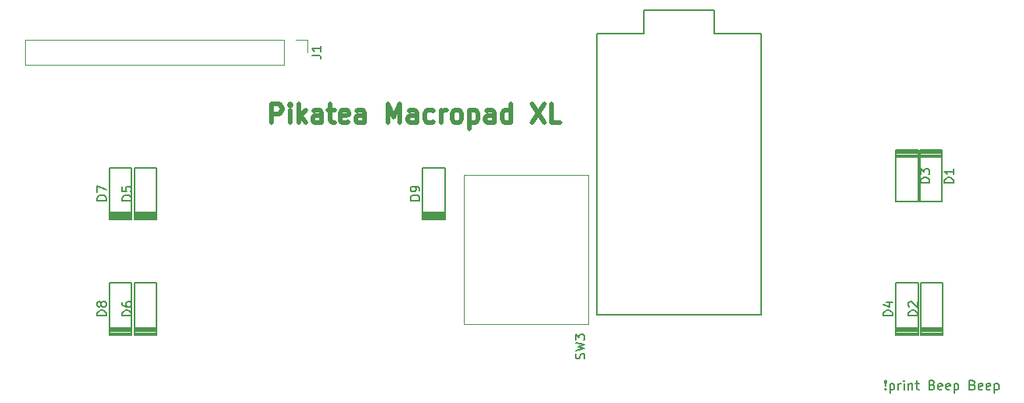
<source format=gbr>
%TF.GenerationSoftware,KiCad,Pcbnew,(5.1.6)-1*%
%TF.CreationDate,2022-01-06T13:40:46-06:00*%
%TF.ProjectId,Pikatea XL Macropad,50696b61-7465-4612-9058-4c204d616372,rev?*%
%TF.SameCoordinates,Original*%
%TF.FileFunction,Legend,Top*%
%TF.FilePolarity,Positive*%
%FSLAX46Y46*%
G04 Gerber Fmt 4.6, Leading zero omitted, Abs format (unit mm)*
G04 Created by KiCad (PCBNEW (5.1.6)-1) date 2022-01-06 13:40:46*
%MOMM*%
%LPD*%
G01*
G04 APERTURE LIST*
%ADD10C,0.150000*%
%ADD11C,0.500000*%
%ADD12C,0.200000*%
%ADD13C,0.120000*%
G04 APERTURE END LIST*
D10*
X185980952Y-113657142D02*
X186028571Y-113704761D01*
X185980952Y-113752380D01*
X185933333Y-113704761D01*
X185980952Y-113657142D01*
X185980952Y-113752380D01*
X185980952Y-113371428D02*
X185933333Y-112800000D01*
X185980952Y-112752380D01*
X186028571Y-112800000D01*
X185980952Y-113371428D01*
X185980952Y-112752380D01*
X186457142Y-113085714D02*
X186457142Y-114085714D01*
X186457142Y-113133333D02*
X186552380Y-113085714D01*
X186742857Y-113085714D01*
X186838095Y-113133333D01*
X186885714Y-113180952D01*
X186933333Y-113276190D01*
X186933333Y-113561904D01*
X186885714Y-113657142D01*
X186838095Y-113704761D01*
X186742857Y-113752380D01*
X186552380Y-113752380D01*
X186457142Y-113704761D01*
X187361904Y-113752380D02*
X187361904Y-113085714D01*
X187361904Y-113276190D02*
X187409523Y-113180952D01*
X187457142Y-113133333D01*
X187552380Y-113085714D01*
X187647619Y-113085714D01*
X187980952Y-113752380D02*
X187980952Y-113085714D01*
X187980952Y-112752380D02*
X187933333Y-112800000D01*
X187980952Y-112847619D01*
X188028571Y-112800000D01*
X187980952Y-112752380D01*
X187980952Y-112847619D01*
X188457142Y-113085714D02*
X188457142Y-113752380D01*
X188457142Y-113180952D02*
X188504761Y-113133333D01*
X188600000Y-113085714D01*
X188742857Y-113085714D01*
X188838095Y-113133333D01*
X188885714Y-113228571D01*
X188885714Y-113752380D01*
X189219047Y-113085714D02*
X189600000Y-113085714D01*
X189361904Y-112752380D02*
X189361904Y-113609523D01*
X189409523Y-113704761D01*
X189504761Y-113752380D01*
X189600000Y-113752380D01*
X191028571Y-113228571D02*
X191171428Y-113276190D01*
X191219047Y-113323809D01*
X191266666Y-113419047D01*
X191266666Y-113561904D01*
X191219047Y-113657142D01*
X191171428Y-113704761D01*
X191076190Y-113752380D01*
X190695238Y-113752380D01*
X190695238Y-112752380D01*
X191028571Y-112752380D01*
X191123809Y-112800000D01*
X191171428Y-112847619D01*
X191219047Y-112942857D01*
X191219047Y-113038095D01*
X191171428Y-113133333D01*
X191123809Y-113180952D01*
X191028571Y-113228571D01*
X190695238Y-113228571D01*
X192076190Y-113704761D02*
X191980952Y-113752380D01*
X191790476Y-113752380D01*
X191695238Y-113704761D01*
X191647619Y-113609523D01*
X191647619Y-113228571D01*
X191695238Y-113133333D01*
X191790476Y-113085714D01*
X191980952Y-113085714D01*
X192076190Y-113133333D01*
X192123809Y-113228571D01*
X192123809Y-113323809D01*
X191647619Y-113419047D01*
X192933333Y-113704761D02*
X192838095Y-113752380D01*
X192647619Y-113752380D01*
X192552380Y-113704761D01*
X192504761Y-113609523D01*
X192504761Y-113228571D01*
X192552380Y-113133333D01*
X192647619Y-113085714D01*
X192838095Y-113085714D01*
X192933333Y-113133333D01*
X192980952Y-113228571D01*
X192980952Y-113323809D01*
X192504761Y-113419047D01*
X193409523Y-113085714D02*
X193409523Y-114085714D01*
X193409523Y-113133333D02*
X193504761Y-113085714D01*
X193695238Y-113085714D01*
X193790476Y-113133333D01*
X193838095Y-113180952D01*
X193885714Y-113276190D01*
X193885714Y-113561904D01*
X193838095Y-113657142D01*
X193790476Y-113704761D01*
X193695238Y-113752380D01*
X193504761Y-113752380D01*
X193409523Y-113704761D01*
X195409523Y-113228571D02*
X195552380Y-113276190D01*
X195600000Y-113323809D01*
X195647619Y-113419047D01*
X195647619Y-113561904D01*
X195600000Y-113657142D01*
X195552380Y-113704761D01*
X195457142Y-113752380D01*
X195076190Y-113752380D01*
X195076190Y-112752380D01*
X195409523Y-112752380D01*
X195504761Y-112800000D01*
X195552380Y-112847619D01*
X195600000Y-112942857D01*
X195600000Y-113038095D01*
X195552380Y-113133333D01*
X195504761Y-113180952D01*
X195409523Y-113228571D01*
X195076190Y-113228571D01*
X196457142Y-113704761D02*
X196361904Y-113752380D01*
X196171428Y-113752380D01*
X196076190Y-113704761D01*
X196028571Y-113609523D01*
X196028571Y-113228571D01*
X196076190Y-113133333D01*
X196171428Y-113085714D01*
X196361904Y-113085714D01*
X196457142Y-113133333D01*
X196504761Y-113228571D01*
X196504761Y-113323809D01*
X196028571Y-113419047D01*
X197314285Y-113704761D02*
X197219047Y-113752380D01*
X197028571Y-113752380D01*
X196933333Y-113704761D01*
X196885714Y-113609523D01*
X196885714Y-113228571D01*
X196933333Y-113133333D01*
X197028571Y-113085714D01*
X197219047Y-113085714D01*
X197314285Y-113133333D01*
X197361904Y-113228571D01*
X197361904Y-113323809D01*
X196885714Y-113419047D01*
X197790476Y-113085714D02*
X197790476Y-114085714D01*
X197790476Y-113133333D02*
X197885714Y-113085714D01*
X198076190Y-113085714D01*
X198171428Y-113133333D01*
X198219047Y-113180952D01*
X198266666Y-113276190D01*
X198266666Y-113561904D01*
X198219047Y-113657142D01*
X198171428Y-113704761D01*
X198076190Y-113752380D01*
X197885714Y-113752380D01*
X197790476Y-113704761D01*
D11*
X119523809Y-84804761D02*
X119523809Y-82804761D01*
X120285714Y-82804761D01*
X120476190Y-82900000D01*
X120571428Y-82995238D01*
X120666666Y-83185714D01*
X120666666Y-83471428D01*
X120571428Y-83661904D01*
X120476190Y-83757142D01*
X120285714Y-83852380D01*
X119523809Y-83852380D01*
X121523809Y-84804761D02*
X121523809Y-83471428D01*
X121523809Y-82804761D02*
X121428571Y-82900000D01*
X121523809Y-82995238D01*
X121619047Y-82900000D01*
X121523809Y-82804761D01*
X121523809Y-82995238D01*
X122476190Y-84804761D02*
X122476190Y-82804761D01*
X122666666Y-84042857D02*
X123238095Y-84804761D01*
X123238095Y-83471428D02*
X122476190Y-84233333D01*
X124952380Y-84804761D02*
X124952380Y-83757142D01*
X124857142Y-83566666D01*
X124666666Y-83471428D01*
X124285714Y-83471428D01*
X124095238Y-83566666D01*
X124952380Y-84709523D02*
X124761904Y-84804761D01*
X124285714Y-84804761D01*
X124095238Y-84709523D01*
X124000000Y-84519047D01*
X124000000Y-84328571D01*
X124095238Y-84138095D01*
X124285714Y-84042857D01*
X124761904Y-84042857D01*
X124952380Y-83947619D01*
X125619047Y-83471428D02*
X126380952Y-83471428D01*
X125904761Y-82804761D02*
X125904761Y-84519047D01*
X126000000Y-84709523D01*
X126190476Y-84804761D01*
X126380952Y-84804761D01*
X127809523Y-84709523D02*
X127619047Y-84804761D01*
X127238095Y-84804761D01*
X127047619Y-84709523D01*
X126952380Y-84519047D01*
X126952380Y-83757142D01*
X127047619Y-83566666D01*
X127238095Y-83471428D01*
X127619047Y-83471428D01*
X127809523Y-83566666D01*
X127904761Y-83757142D01*
X127904761Y-83947619D01*
X126952380Y-84138095D01*
X129619047Y-84804761D02*
X129619047Y-83757142D01*
X129523809Y-83566666D01*
X129333333Y-83471428D01*
X128952380Y-83471428D01*
X128761904Y-83566666D01*
X129619047Y-84709523D02*
X129428571Y-84804761D01*
X128952380Y-84804761D01*
X128761904Y-84709523D01*
X128666666Y-84519047D01*
X128666666Y-84328571D01*
X128761904Y-84138095D01*
X128952380Y-84042857D01*
X129428571Y-84042857D01*
X129619047Y-83947619D01*
X132095238Y-84804761D02*
X132095238Y-82804761D01*
X132761904Y-84233333D01*
X133428571Y-82804761D01*
X133428571Y-84804761D01*
X135238095Y-84804761D02*
X135238095Y-83757142D01*
X135142857Y-83566666D01*
X134952380Y-83471428D01*
X134571428Y-83471428D01*
X134380952Y-83566666D01*
X135238095Y-84709523D02*
X135047619Y-84804761D01*
X134571428Y-84804761D01*
X134380952Y-84709523D01*
X134285714Y-84519047D01*
X134285714Y-84328571D01*
X134380952Y-84138095D01*
X134571428Y-84042857D01*
X135047619Y-84042857D01*
X135238095Y-83947619D01*
X137047619Y-84709523D02*
X136857142Y-84804761D01*
X136476190Y-84804761D01*
X136285714Y-84709523D01*
X136190476Y-84614285D01*
X136095238Y-84423809D01*
X136095238Y-83852380D01*
X136190476Y-83661904D01*
X136285714Y-83566666D01*
X136476190Y-83471428D01*
X136857142Y-83471428D01*
X137047619Y-83566666D01*
X137904761Y-84804761D02*
X137904761Y-83471428D01*
X137904761Y-83852380D02*
X138000000Y-83661904D01*
X138095238Y-83566666D01*
X138285714Y-83471428D01*
X138476190Y-83471428D01*
X139428571Y-84804761D02*
X139238095Y-84709523D01*
X139142857Y-84614285D01*
X139047619Y-84423809D01*
X139047619Y-83852380D01*
X139142857Y-83661904D01*
X139238095Y-83566666D01*
X139428571Y-83471428D01*
X139714285Y-83471428D01*
X139904761Y-83566666D01*
X140000000Y-83661904D01*
X140095238Y-83852380D01*
X140095238Y-84423809D01*
X140000000Y-84614285D01*
X139904761Y-84709523D01*
X139714285Y-84804761D01*
X139428571Y-84804761D01*
X140952380Y-83471428D02*
X140952380Y-85471428D01*
X140952380Y-83566666D02*
X141142857Y-83471428D01*
X141523809Y-83471428D01*
X141714285Y-83566666D01*
X141809523Y-83661904D01*
X141904761Y-83852380D01*
X141904761Y-84423809D01*
X141809523Y-84614285D01*
X141714285Y-84709523D01*
X141523809Y-84804761D01*
X141142857Y-84804761D01*
X140952380Y-84709523D01*
X143619047Y-84804761D02*
X143619047Y-83757142D01*
X143523809Y-83566666D01*
X143333333Y-83471428D01*
X142952380Y-83471428D01*
X142761904Y-83566666D01*
X143619047Y-84709523D02*
X143428571Y-84804761D01*
X142952380Y-84804761D01*
X142761904Y-84709523D01*
X142666666Y-84519047D01*
X142666666Y-84328571D01*
X142761904Y-84138095D01*
X142952380Y-84042857D01*
X143428571Y-84042857D01*
X143619047Y-83947619D01*
X145428571Y-84804761D02*
X145428571Y-82804761D01*
X145428571Y-84709523D02*
X145238095Y-84804761D01*
X144857142Y-84804761D01*
X144666666Y-84709523D01*
X144571428Y-84614285D01*
X144476190Y-84423809D01*
X144476190Y-83852380D01*
X144571428Y-83661904D01*
X144666666Y-83566666D01*
X144857142Y-83471428D01*
X145238095Y-83471428D01*
X145428571Y-83566666D01*
X147714285Y-82804761D02*
X149047619Y-84804761D01*
X149047619Y-82804761D02*
X147714285Y-84804761D01*
X150761904Y-84804761D02*
X149809523Y-84804761D01*
X149809523Y-82804761D01*
D12*
%TO.C,D1*%
X192100000Y-88525000D02*
X189700000Y-88525000D01*
X192100000Y-88425000D02*
X189700000Y-88425000D01*
X192100000Y-88325000D02*
X189700000Y-88325000D01*
X192100000Y-88150000D02*
X189700000Y-88150000D01*
X192100000Y-87975000D02*
X189700000Y-87975000D01*
X192100000Y-87800000D02*
X189700000Y-87800000D01*
X192100000Y-87800000D02*
X192100000Y-93400000D01*
X192100000Y-93400000D02*
X189700000Y-93400000D01*
X189700000Y-93400000D02*
X189700000Y-87800000D01*
%TO.C,D2*%
X189800000Y-107075000D02*
X192200000Y-107075000D01*
X189800000Y-107175000D02*
X192200000Y-107175000D01*
X189800000Y-107275000D02*
X192200000Y-107275000D01*
X189800000Y-107450000D02*
X192200000Y-107450000D01*
X189800000Y-107625000D02*
X192200000Y-107625000D01*
X189800000Y-107800000D02*
X192200000Y-107800000D01*
X189800000Y-107800000D02*
X189800000Y-102200000D01*
X189800000Y-102200000D02*
X192200000Y-102200000D01*
X192200000Y-102200000D02*
X192200000Y-107800000D01*
%TO.C,D3*%
X189500000Y-88525000D02*
X187100000Y-88525000D01*
X189500000Y-88425000D02*
X187100000Y-88425000D01*
X189500000Y-88325000D02*
X187100000Y-88325000D01*
X189500000Y-88150000D02*
X187100000Y-88150000D01*
X189500000Y-87975000D02*
X187100000Y-87975000D01*
X189500000Y-87800000D02*
X187100000Y-87800000D01*
X189500000Y-87800000D02*
X189500000Y-93400000D01*
X189500000Y-93400000D02*
X187100000Y-93400000D01*
X187100000Y-93400000D02*
X187100000Y-87800000D01*
%TO.C,D4*%
X187100000Y-107075000D02*
X189500000Y-107075000D01*
X187100000Y-107175000D02*
X189500000Y-107175000D01*
X187100000Y-107275000D02*
X189500000Y-107275000D01*
X187100000Y-107450000D02*
X189500000Y-107450000D01*
X187100000Y-107625000D02*
X189500000Y-107625000D01*
X187100000Y-107800000D02*
X189500000Y-107800000D01*
X187100000Y-107800000D02*
X187100000Y-102200000D01*
X187100000Y-102200000D02*
X189500000Y-102200000D01*
X189500000Y-102200000D02*
X189500000Y-107800000D01*
%TO.C,D5*%
X104700000Y-94575000D02*
X107100000Y-94575000D01*
X104700000Y-94675000D02*
X107100000Y-94675000D01*
X104700000Y-94775000D02*
X107100000Y-94775000D01*
X104700000Y-94950000D02*
X107100000Y-94950000D01*
X104700000Y-95125000D02*
X107100000Y-95125000D01*
X104700000Y-95300000D02*
X107100000Y-95300000D01*
X104700000Y-95300000D02*
X104700000Y-89700000D01*
X104700000Y-89700000D02*
X107100000Y-89700000D01*
X107100000Y-89700000D02*
X107100000Y-95300000D01*
%TO.C,D6*%
X104700000Y-107075000D02*
X107100000Y-107075000D01*
X104700000Y-107175000D02*
X107100000Y-107175000D01*
X104700000Y-107275000D02*
X107100000Y-107275000D01*
X104700000Y-107450000D02*
X107100000Y-107450000D01*
X104700000Y-107625000D02*
X107100000Y-107625000D01*
X104700000Y-107800000D02*
X107100000Y-107800000D01*
X104700000Y-107800000D02*
X104700000Y-102200000D01*
X104700000Y-102200000D02*
X107100000Y-102200000D01*
X107100000Y-102200000D02*
X107100000Y-107800000D01*
%TO.C,D7*%
X102000000Y-94575000D02*
X104400000Y-94575000D01*
X102000000Y-94675000D02*
X104400000Y-94675000D01*
X102000000Y-94775000D02*
X104400000Y-94775000D01*
X102000000Y-94950000D02*
X104400000Y-94950000D01*
X102000000Y-95125000D02*
X104400000Y-95125000D01*
X102000000Y-95300000D02*
X104400000Y-95300000D01*
X102000000Y-95300000D02*
X102000000Y-89700000D01*
X102000000Y-89700000D02*
X104400000Y-89700000D01*
X104400000Y-89700000D02*
X104400000Y-95300000D01*
%TO.C,D8*%
X102000000Y-107075000D02*
X104400000Y-107075000D01*
X102000000Y-107175000D02*
X104400000Y-107175000D01*
X102000000Y-107275000D02*
X104400000Y-107275000D01*
X102000000Y-107450000D02*
X104400000Y-107450000D01*
X102000000Y-107625000D02*
X104400000Y-107625000D01*
X102000000Y-107800000D02*
X104400000Y-107800000D01*
X102000000Y-107800000D02*
X102000000Y-102200000D01*
X102000000Y-102200000D02*
X104400000Y-102200000D01*
X104400000Y-102200000D02*
X104400000Y-107800000D01*
%TO.C,D9*%
X135900000Y-94575000D02*
X138300000Y-94575000D01*
X135900000Y-94675000D02*
X138300000Y-94675000D01*
X135900000Y-94775000D02*
X138300000Y-94775000D01*
X135900000Y-94950000D02*
X138300000Y-94950000D01*
X135900000Y-95125000D02*
X138300000Y-95125000D01*
X135900000Y-95300000D02*
X138300000Y-95300000D01*
X135900000Y-95300000D02*
X135900000Y-89700000D01*
X135900000Y-89700000D02*
X138300000Y-89700000D01*
X138300000Y-89700000D02*
X138300000Y-95300000D01*
D10*
%TO.C,U1*%
X154711400Y-75145900D02*
X154711400Y-105625900D01*
X154711400Y-75145900D02*
X159791400Y-75145900D01*
X159791400Y-75145900D02*
X159791400Y-72605900D01*
X159791400Y-72605900D02*
X167411400Y-72605900D01*
X167411400Y-72605900D02*
X167411400Y-75145900D01*
X167411400Y-75145900D02*
X172491400Y-75145900D01*
X172491400Y-75145900D02*
X172491400Y-105625900D01*
X172491400Y-105625900D02*
X154711400Y-105625900D01*
D13*
%TO.C,J1*%
X92840500Y-75847900D02*
X92840500Y-78507900D01*
X120840500Y-75847900D02*
X92840500Y-75847900D01*
X120840500Y-78507900D02*
X92840500Y-78507900D01*
X120840500Y-75847900D02*
X120840500Y-78507900D01*
X122110500Y-75847900D02*
X123440500Y-75847900D01*
X123440500Y-75847900D02*
X123440500Y-77177900D01*
%TO.C,SW3*%
X153771080Y-106679940D02*
X140371080Y-106679940D01*
X153771080Y-90479940D02*
X140371080Y-90479940D01*
X140371080Y-106679940D02*
X140371080Y-90479940D01*
X153771080Y-90479940D02*
X153771080Y-106679940D01*
%TO.C,D1*%
D10*
X193352380Y-91338095D02*
X192352380Y-91338095D01*
X192352380Y-91100000D01*
X192400000Y-90957142D01*
X192495238Y-90861904D01*
X192590476Y-90814285D01*
X192780952Y-90766666D01*
X192923809Y-90766666D01*
X193114285Y-90814285D01*
X193209523Y-90861904D01*
X193304761Y-90957142D01*
X193352380Y-91100000D01*
X193352380Y-91338095D01*
X193352380Y-89814285D02*
X193352380Y-90385714D01*
X193352380Y-90100000D02*
X192352380Y-90100000D01*
X192495238Y-90195238D01*
X192590476Y-90290476D01*
X192638095Y-90385714D01*
%TO.C,D2*%
X189452380Y-105738095D02*
X188452380Y-105738095D01*
X188452380Y-105500000D01*
X188500000Y-105357142D01*
X188595238Y-105261904D01*
X188690476Y-105214285D01*
X188880952Y-105166666D01*
X189023809Y-105166666D01*
X189214285Y-105214285D01*
X189309523Y-105261904D01*
X189404761Y-105357142D01*
X189452380Y-105500000D01*
X189452380Y-105738095D01*
X188547619Y-104785714D02*
X188500000Y-104738095D01*
X188452380Y-104642857D01*
X188452380Y-104404761D01*
X188500000Y-104309523D01*
X188547619Y-104261904D01*
X188642857Y-104214285D01*
X188738095Y-104214285D01*
X188880952Y-104261904D01*
X189452380Y-104833333D01*
X189452380Y-104214285D01*
%TO.C,D3*%
X190752380Y-91338095D02*
X189752380Y-91338095D01*
X189752380Y-91100000D01*
X189800000Y-90957142D01*
X189895238Y-90861904D01*
X189990476Y-90814285D01*
X190180952Y-90766666D01*
X190323809Y-90766666D01*
X190514285Y-90814285D01*
X190609523Y-90861904D01*
X190704761Y-90957142D01*
X190752380Y-91100000D01*
X190752380Y-91338095D01*
X189752380Y-90433333D02*
X189752380Y-89814285D01*
X190133333Y-90147619D01*
X190133333Y-90004761D01*
X190180952Y-89909523D01*
X190228571Y-89861904D01*
X190323809Y-89814285D01*
X190561904Y-89814285D01*
X190657142Y-89861904D01*
X190704761Y-89909523D01*
X190752380Y-90004761D01*
X190752380Y-90290476D01*
X190704761Y-90385714D01*
X190657142Y-90433333D01*
%TO.C,D4*%
X186752380Y-105738095D02*
X185752380Y-105738095D01*
X185752380Y-105500000D01*
X185800000Y-105357142D01*
X185895238Y-105261904D01*
X185990476Y-105214285D01*
X186180952Y-105166666D01*
X186323809Y-105166666D01*
X186514285Y-105214285D01*
X186609523Y-105261904D01*
X186704761Y-105357142D01*
X186752380Y-105500000D01*
X186752380Y-105738095D01*
X186085714Y-104309523D02*
X186752380Y-104309523D01*
X185704761Y-104547619D02*
X186419047Y-104785714D01*
X186419047Y-104166666D01*
%TO.C,D5*%
X104352380Y-93238095D02*
X103352380Y-93238095D01*
X103352380Y-93000000D01*
X103400000Y-92857142D01*
X103495238Y-92761904D01*
X103590476Y-92714285D01*
X103780952Y-92666666D01*
X103923809Y-92666666D01*
X104114285Y-92714285D01*
X104209523Y-92761904D01*
X104304761Y-92857142D01*
X104352380Y-93000000D01*
X104352380Y-93238095D01*
X103352380Y-91761904D02*
X103352380Y-92238095D01*
X103828571Y-92285714D01*
X103780952Y-92238095D01*
X103733333Y-92142857D01*
X103733333Y-91904761D01*
X103780952Y-91809523D01*
X103828571Y-91761904D01*
X103923809Y-91714285D01*
X104161904Y-91714285D01*
X104257142Y-91761904D01*
X104304761Y-91809523D01*
X104352380Y-91904761D01*
X104352380Y-92142857D01*
X104304761Y-92238095D01*
X104257142Y-92285714D01*
%TO.C,D6*%
X104352380Y-105738095D02*
X103352380Y-105738095D01*
X103352380Y-105500000D01*
X103400000Y-105357142D01*
X103495238Y-105261904D01*
X103590476Y-105214285D01*
X103780952Y-105166666D01*
X103923809Y-105166666D01*
X104114285Y-105214285D01*
X104209523Y-105261904D01*
X104304761Y-105357142D01*
X104352380Y-105500000D01*
X104352380Y-105738095D01*
X103352380Y-104309523D02*
X103352380Y-104500000D01*
X103400000Y-104595238D01*
X103447619Y-104642857D01*
X103590476Y-104738095D01*
X103780952Y-104785714D01*
X104161904Y-104785714D01*
X104257142Y-104738095D01*
X104304761Y-104690476D01*
X104352380Y-104595238D01*
X104352380Y-104404761D01*
X104304761Y-104309523D01*
X104257142Y-104261904D01*
X104161904Y-104214285D01*
X103923809Y-104214285D01*
X103828571Y-104261904D01*
X103780952Y-104309523D01*
X103733333Y-104404761D01*
X103733333Y-104595238D01*
X103780952Y-104690476D01*
X103828571Y-104738095D01*
X103923809Y-104785714D01*
%TO.C,D7*%
X101652380Y-93238095D02*
X100652380Y-93238095D01*
X100652380Y-93000000D01*
X100700000Y-92857142D01*
X100795238Y-92761904D01*
X100890476Y-92714285D01*
X101080952Y-92666666D01*
X101223809Y-92666666D01*
X101414285Y-92714285D01*
X101509523Y-92761904D01*
X101604761Y-92857142D01*
X101652380Y-93000000D01*
X101652380Y-93238095D01*
X100652380Y-92333333D02*
X100652380Y-91666666D01*
X101652380Y-92095238D01*
%TO.C,D8*%
X101652380Y-105738095D02*
X100652380Y-105738095D01*
X100652380Y-105500000D01*
X100700000Y-105357142D01*
X100795238Y-105261904D01*
X100890476Y-105214285D01*
X101080952Y-105166666D01*
X101223809Y-105166666D01*
X101414285Y-105214285D01*
X101509523Y-105261904D01*
X101604761Y-105357142D01*
X101652380Y-105500000D01*
X101652380Y-105738095D01*
X101080952Y-104595238D02*
X101033333Y-104690476D01*
X100985714Y-104738095D01*
X100890476Y-104785714D01*
X100842857Y-104785714D01*
X100747619Y-104738095D01*
X100700000Y-104690476D01*
X100652380Y-104595238D01*
X100652380Y-104404761D01*
X100700000Y-104309523D01*
X100747619Y-104261904D01*
X100842857Y-104214285D01*
X100890476Y-104214285D01*
X100985714Y-104261904D01*
X101033333Y-104309523D01*
X101080952Y-104404761D01*
X101080952Y-104595238D01*
X101128571Y-104690476D01*
X101176190Y-104738095D01*
X101271428Y-104785714D01*
X101461904Y-104785714D01*
X101557142Y-104738095D01*
X101604761Y-104690476D01*
X101652380Y-104595238D01*
X101652380Y-104404761D01*
X101604761Y-104309523D01*
X101557142Y-104261904D01*
X101461904Y-104214285D01*
X101271428Y-104214285D01*
X101176190Y-104261904D01*
X101128571Y-104309523D01*
X101080952Y-104404761D01*
%TO.C,D9*%
X135552380Y-93238095D02*
X134552380Y-93238095D01*
X134552380Y-93000000D01*
X134600000Y-92857142D01*
X134695238Y-92761904D01*
X134790476Y-92714285D01*
X134980952Y-92666666D01*
X135123809Y-92666666D01*
X135314285Y-92714285D01*
X135409523Y-92761904D01*
X135504761Y-92857142D01*
X135552380Y-93000000D01*
X135552380Y-93238095D01*
X135552380Y-92190476D02*
X135552380Y-92000000D01*
X135504761Y-91904761D01*
X135457142Y-91857142D01*
X135314285Y-91761904D01*
X135123809Y-91714285D01*
X134742857Y-91714285D01*
X134647619Y-91761904D01*
X134600000Y-91809523D01*
X134552380Y-91904761D01*
X134552380Y-92095238D01*
X134600000Y-92190476D01*
X134647619Y-92238095D01*
X134742857Y-92285714D01*
X134980952Y-92285714D01*
X135076190Y-92238095D01*
X135123809Y-92190476D01*
X135171428Y-92095238D01*
X135171428Y-91904761D01*
X135123809Y-91809523D01*
X135076190Y-91761904D01*
X134980952Y-91714285D01*
%TO.C,J1*%
X123892880Y-77511233D02*
X124607166Y-77511233D01*
X124750023Y-77558852D01*
X124845261Y-77654090D01*
X124892880Y-77796947D01*
X124892880Y-77892185D01*
X124892880Y-76511233D02*
X124892880Y-77082661D01*
X124892880Y-76796947D02*
X123892880Y-76796947D01*
X124035738Y-76892185D01*
X124130976Y-76987423D01*
X124178595Y-77082661D01*
%TO.C,SW3*%
X153375841Y-110413273D02*
X153423460Y-110270416D01*
X153423460Y-110032320D01*
X153375841Y-109937082D01*
X153328222Y-109889463D01*
X153232984Y-109841844D01*
X153137746Y-109841844D01*
X153042508Y-109889463D01*
X152994889Y-109937082D01*
X152947270Y-110032320D01*
X152899651Y-110222797D01*
X152852032Y-110318035D01*
X152804413Y-110365654D01*
X152709175Y-110413273D01*
X152613937Y-110413273D01*
X152518699Y-110365654D01*
X152471080Y-110318035D01*
X152423460Y-110222797D01*
X152423460Y-109984701D01*
X152471080Y-109841844D01*
X152423460Y-109508511D02*
X153423460Y-109270416D01*
X152709175Y-109079940D01*
X153423460Y-108889463D01*
X152423460Y-108651368D01*
X152423460Y-108365654D02*
X152423460Y-107746606D01*
X152804413Y-108079940D01*
X152804413Y-107937082D01*
X152852032Y-107841844D01*
X152899651Y-107794225D01*
X152994889Y-107746606D01*
X153232984Y-107746606D01*
X153328222Y-107794225D01*
X153375841Y-107841844D01*
X153423460Y-107937082D01*
X153423460Y-108222797D01*
X153375841Y-108318035D01*
X153328222Y-108365654D01*
%TD*%
M02*

</source>
